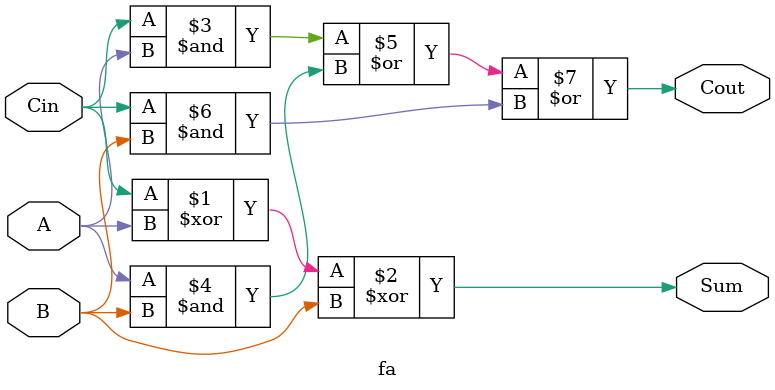
<source format=v>
module fa (
  input Cin, A, B,
  output Cout, Sum
);

  assign Sum = Cin ^ A ^ B;
  assign Cout = ( Cin & A ) | ( A & B ) | ( Cin & B );

endmodule

</source>
